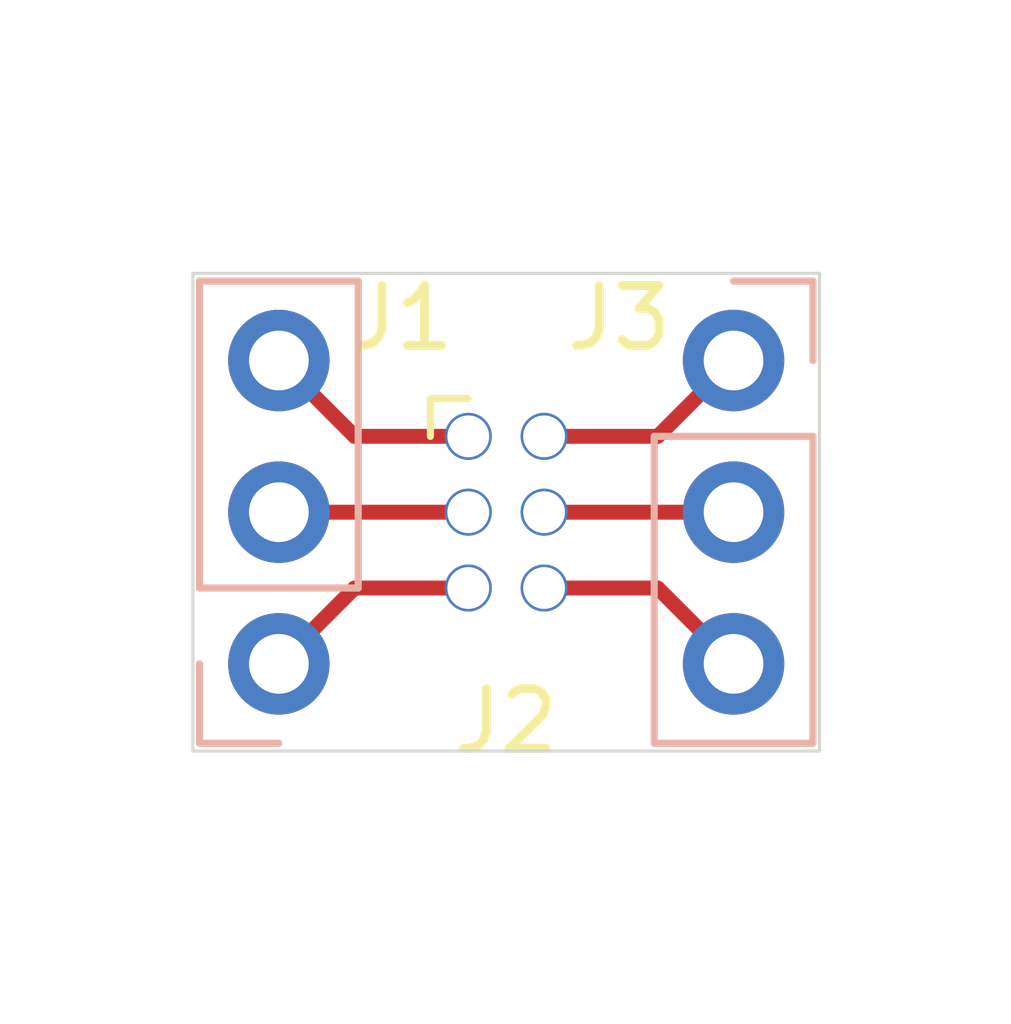
<source format=kicad_pcb>
(kicad_pcb (version 20221018) (generator pcbnew)
  (layers (0 "F.Cu" signal) (31 "B.Cu" signal) (34 "B.Paste" user) (35 "F.Paste" user) (36 "B.SilkS" user "B.Silkscreen") (37 "F.SilkS" user "F.Silkscreen") (38 "B.Mask" user) (39 "F.Mask" user) (44 "Edge.Cuts" user))
  (net 0 "")
  (net 1 "Net-(J1-Pad3)")
  (net 2 "Net-(J1-Pad2)")
  (net 3 "Net-(J1-Pad1)")
  (net 4 "Net-(J2-Pad6)")
  (net 5 "Net-(J2-Pad4)")
  (net 6 "Net-(J2-Pad2)")
  (footprint "Connector:Tag-Connect_TC2030-IDC-NL_2x03_P1.27mm_Vertical" (layer "F.Cu") (at 150 90 -90)
    (fp_text reference "J2" (at 3.5 0 180) (layer "F.SilkS"))
    (fp_text value "Conn_02x03_Odd_Even")
    (fp_line (start -1.905 1.27) (end -1.905 0.635) (stroke (width 0.12)) (layer "F.SilkS"))
    (fp_line (start -1.27 1.27) (end -1.905 1.27) (stroke (width 0.12)) (layer "F.SilkS"))
    (pad "" np_thru_hole circle (at -2.54 0 270) (size 1 1) (drill 1) (layers "*.Cu" "*.Mask"))
    (pad "" np_thru_hole circle (at 2.54 -1.016 270) (size 1 1) (drill 1) (layers "*.Cu" "*.Mask"))
    (pad "" np_thru_hole circle (at 2.54 1.016 270) (size 1 1) (drill 1) (layers "*.Cu" "*.Mask"))
    (pad "1" thru_hole circle (at -1.27 0.635 270) (size 0.7874 0.7874) (drill 0.7) (layers "*.Cu" "*.Mask") (net 1 "Net-(J1-Pad3)"))
    (pad "2" thru_hole circle (at -1.27 -0.635 270) (size 0.7874 0.7874) (drill 0.7) (layers "*.Cu" "*.Mask") (net 6 "Net-(J2-Pad2)"))
    (pad "3" thru_hole circle (at 0 0.635 270) (size 0.7874 0.7874) (drill 0.7) (layers "*.Cu" "*.Mask") (net 2 "Net-(J1-Pad2)"))
    (pad "4" thru_hole circle (at 0 -0.635 270) (size 0.7874 0.7874) (drill 0.7) (layers "*.Cu" "*.Mask") (net 5 "Net-(J2-Pad4)"))
    (pad "5" thru_hole circle (at 1.27 0.635 270) (size 0.7874 0.7874) (drill 0.7) (layers "*.Cu" "*.Mask") (net 3 "Net-(J1-Pad1)"))
    (pad "6" thru_hole circle (at 1.27 -0.635 270) (size 0.7874 0.7874) (drill 0.7) (layers "*.Cu" "*.Mask") (net 4 "Net-(J2-Pad6)"))
  )
  (footprint "Connector_PinHeader_2.54mm:PinHeader_1x03_P2.54mm_Vertical" (layer "B.Cu") (at 146.19 92.54)
    (fp_text reference "J1" (at 2.06 -5.79) (layer "F.SilkS"))
    (fp_text value "Conn_01x03")
    (fp_line (start -1.33 -6.41) (end 1.33 -6.41) (stroke (width 0.12)) (layer "B.SilkS"))
    (fp_line (start -1.33 -1.27) (end -1.33 -6.41) (stroke (width 0.12)) (layer "B.SilkS"))
    (fp_line (start -1.33 -1.27) (end 1.33 -1.27) (stroke (width 0.12)) (layer "B.SilkS"))
    (fp_line (start -1.33 0) (end -1.33 1.33) (stroke (width 0.12)) (layer "B.SilkS"))
    (fp_line (start -1.33 1.33) (end 0 1.33) (stroke (width 0.12)) (layer "B.SilkS"))
    (fp_line (start 1.33 -1.27) (end 1.33 -6.41) (stroke (width 0.12)) (layer "B.SilkS"))
    (pad "1" thru_hole circle (at 0 0) (size 1.7 1.7) (drill 1) (layers "*.Cu" "*.Mask") (net 3 "Net-(J1-Pad1)"))
    (pad "2" thru_hole oval (at 0 -2.54) (size 1.7 1.7) (drill 1) (layers "*.Cu" "*.Mask") (net 2 "Net-(J1-Pad2)"))
    (pad "3" thru_hole oval (at 0 -5.08) (size 1.7 1.7) (drill 1) (layers "*.Cu" "*.Mask") (net 1 "Net-(J1-Pad3)"))
  )
  (footprint "Connector_PinHeader_2.54mm:PinHeader_1x03_P2.54mm_Vertical" (layer "B.Cu") (at 153.81 87.46 180)
    (fp_text reference "J3" (at 1.918 0.71) (layer "F.SilkS"))
    (fp_text value "Conn_01x03")
    (fp_line (start -1.33 -6.41) (end 1.33 -6.41) (stroke (width 0.12)) (layer "B.SilkS"))
    (fp_line (start -1.33 -1.27) (end -1.33 -6.41) (stroke (width 0.12)) (layer "B.SilkS"))
    (fp_line (start -1.33 -1.27) (end 1.33 -1.27) (stroke (width 0.12)) (layer "B.SilkS"))
    (fp_line (start -1.33 0) (end -1.33 1.33) (stroke (width 0.12)) (layer "B.SilkS"))
    (fp_line (start -1.33 1.33) (end 0 1.33) (stroke (width 0.12)) (layer "B.SilkS"))
    (fp_line (start 1.33 -1.27) (end 1.33 -6.41) (stroke (width 0.12)) (layer "B.SilkS"))
    (pad "1" thru_hole circle (at 0 0 180) (size 1.7 1.7) (drill 1) (layers "*.Cu" "*.Mask") (net 6 "Net-(J2-Pad2)"))
    (pad "2" thru_hole oval (at 0 -2.54 180) (size 1.7 1.7) (drill 1) (layers "*.Cu" "*.Mask") (net 5 "Net-(J2-Pad4)"))
    (pad "3" thru_hole oval (at 0 -5.08 180) (size 1.7 1.7) (drill 1) (layers "*.Cu" "*.Mask") (net 4 "Net-(J2-Pad6)"))
  )
  (gr_line (start 155.25 94) (end 155.25 86) (stroke (width 0.05)) (layer "Edge.Cuts"))
  (gr_line (start 144.75 86) (end 144.75 94) (stroke (width 0.05)) (layer "Edge.Cuts"))
  (gr_line (start 144.75 94) (end 155.25 94) (stroke (width 0.05)) (layer "Edge.Cuts"))
  (gr_line (start 155.25 86) (end 144.75 86) (stroke (width 0.05)) (layer "Edge.Cuts"))
  (segment (start 147.46 88.73) (end 146.19 87.46) (width 0.25) (layer "F.Cu") (net 1))
  (segment (start 149.365 88.73) (end 147.46 88.73) (width 0.25) (layer "F.Cu") (net 1))
  (segment (start 149.365 90) (end 146.19 90) (width 0.25) (layer "F.Cu") (net 2))
  (segment (start 147.46 91.27) (end 146.19 92.54) (width 0.25) (layer "F.Cu") (net 3))
  (segment (start 149.365 91.27) (end 147.46 91.27) (width 0.25) (layer "F.Cu") (net 3))
  (segment (start 150.635 91.27) (end 152.54 91.27) (width 0.25) (layer "F.Cu") (net 4))
  (segment (start 152.54 91.27) (end 153.81 92.54) (width 0.25) (layer "F.Cu") (net 4))
  (segment (start 150.635 90) (end 153.81 90) (width 0.25) (layer "F.Cu") (net 5))
  (segment (start 150.635 88.73) (end 152.54 88.73) (width 0.25) (layer "F.Cu") (net 6))
  (segment (start 152.54 88.73) (end 153.81 87.46) (width 0.25) (layer "F.Cu") (net 6))
)
</source>
